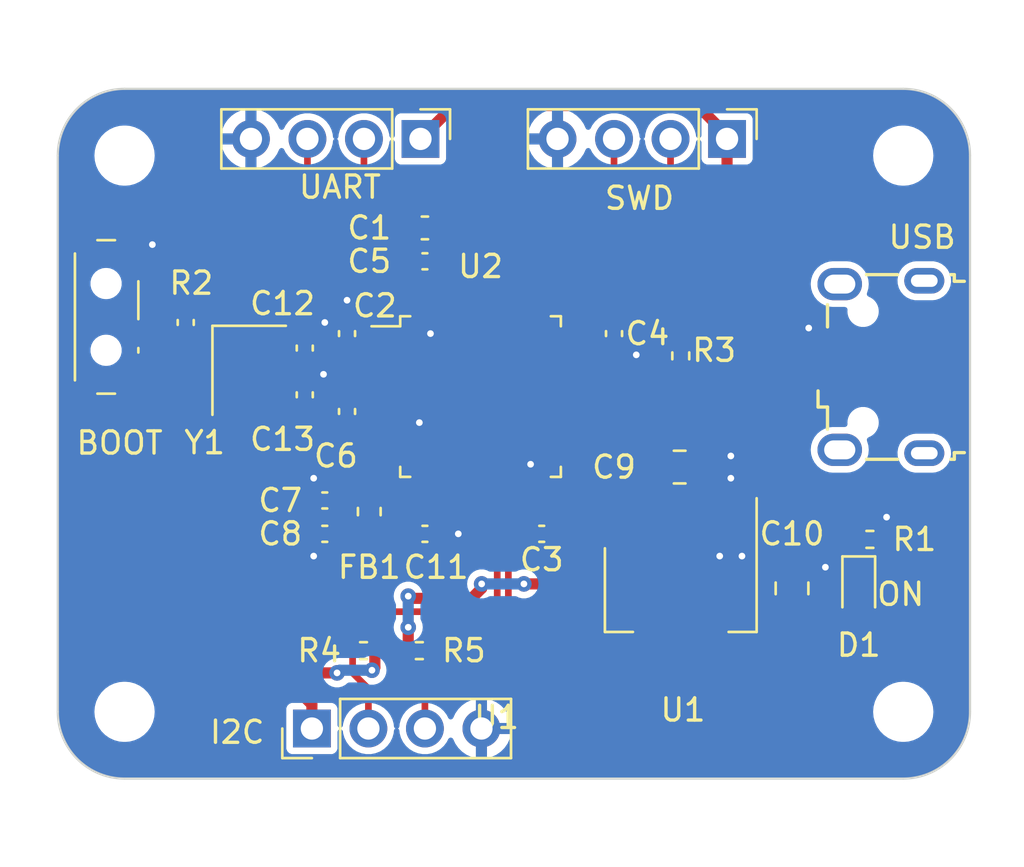
<source format=kicad_pcb>
(kicad_pcb (version 20221018) (generator pcbnew)
  (layers (0 "F.Cu" signal) (31 "B.Cu" power) (34 "B.Paste" user) (35 "F.Paste" user) (36 "B.SilkS" user "B.Silkscreen") (37 "F.SilkS" user "F.Silkscreen") (38 "B.Mask" user) (39 "F.Mask" user) (44 "Edge.Cuts" user))
  (net 0 "")
  (net 1 "+3.3V")
  (net 2 "GND")
  (net 3 "+3.3VA")
  (net 4 "VBUS")
  (net 5 "/NRST")
  (net 6 "/HSE_IN")
  (net 7 "/HSE_OUT")
  (net 8 "/PWR_LED_K")
  (net 9 "/USB_D-")
  (net 10 "/USB_D+")
  (net 13 "/SWDIO")
  (net 14 "/SWCLK")
  (net 15 "/USART1_TX")
  (net 16 "/USART1_RX")
  (net 17 "/I2C2_SCL")
  (net 18 "/I2C2_SDA")
  (net 19 "/SW_BOOTO")
  (net 20 "/BOOTO")
  (footprint "MountingHole:MountingHole_2.2mm_M2" (layer "F.Cu") (at 110 66)
    (fp_text reference "H3")
    (fp_text value "MountingHole")
    (pad "" np_thru_hole circle (at 0 0) (size 2.2 2.2) (drill 2.2) (layers "*.Cu" "*.Mask"))
  )
  (footprint "Connector_PinHeader_2.54mm:PinHeader_1x04_P2.54mm_Vertical" (layer "F.Cu") (at 102.08 65.25 -90)
    (fp_text reference "J2")
    (fp_text value "Conn_01x04_Pin")
    (fp_line (start -1.33 -1.33) (end 0 -1.33) (stroke (width 0.12)) (layer "F.SilkS"))
    (fp_line (start -1.33 0) (end -1.33 -1.33) (stroke (width 0.12)) (layer "F.SilkS"))
    (fp_line (start -1.33 1.27) (end -1.33 8.95) (stroke (width 0.12)) (layer "F.SilkS"))
    (fp_line (start -1.33 1.27) (end 1.33 1.27) (stroke (width 0.12)) (layer "F.SilkS"))
    (fp_line (start -1.33 8.95) (end 1.33 8.95) (stroke (width 0.12)) (layer "F.SilkS"))
    (fp_line (start 1.33 1.27) (end 1.33 8.95) (stroke (width 0.12)) (layer "F.SilkS"))
    (pad "1" thru_hole rect (at 0 0 270) (size 1.7 1.7) (drill 1) (layers "*.Cu" "*.Mask") (net 1 "+3.3V"))
    (pad "2" thru_hole oval (at 0 2.54 270) (size 1.7 1.7) (drill 1) (layers "*.Cu" "*.Mask") (net 13 "/SWDIO"))
    (pad "3" thru_hole oval (at 0 5.08 270) (size 1.7 1.7) (drill 1) (layers "*.Cu" "*.Mask") (net 14 "/SWCLK"))
    (pad "4" thru_hole oval (at 0 7.62 270) (size 1.7 1.7) (drill 1) (layers "*.Cu" "*.Mask") (net 2 "GND"))
  )
  (footprint "Connector_PinHeader_2.54mm:PinHeader_1x04_P2.54mm_Vertical" (layer "F.Cu") (at 83.42 91.75 90)
    (fp_text reference "J4")
    (fp_text value "Conn_01x04_Pin")
    (fp_line (start -1.33 -1.33) (end 0 -1.33) (stroke (width 0.12)) (layer "F.SilkS"))
    (fp_line (start -1.33 0) (end -1.33 -1.33) (stroke (width 0.12)) (layer "F.SilkS"))
    (fp_line (start -1.33 1.27) (end -1.33 8.95) (stroke (width 0.12)) (layer "F.SilkS"))
    (fp_line (start -1.33 1.27) (end 1.33 1.27) (stroke (width 0.12)) (layer "F.SilkS"))
    (fp_line (start -1.33 8.95) (end 1.33 8.95) (stroke (width 0.12)) (layer "F.SilkS"))
    (fp_line (start 1.33 1.27) (end 1.33 8.95) (stroke (width 0.12)) (layer "F.SilkS"))
    (pad "1" thru_hole rect (at 0 0 90) (size 1.7 1.7) (drill 1) (layers "*.Cu" "*.Mask") (net 1 "+3.3V"))
    (pad "2" thru_hole oval (at 0 2.54 90) (size 1.7 1.7) (drill 1) (layers "*.Cu" "*.Mask") (net 17 "/I2C2_SCL"))
    (pad "3" thru_hole oval (at 0 5.08 90) (size 1.7 1.7) (drill 1) (layers "*.Cu" "*.Mask") (net 18 "/I2C2_SDA"))
    (pad "4" thru_hole oval (at 0 7.62 90) (size 1.7 1.7) (drill 1) (layers "*.Cu" "*.Mask") (net 2 "GND"))
  )
  (footprint "Resistor_SMD:R_0402_1005Metric" (layer "F.Cu") (at 108.5 83.25)
    (fp_text reference "R1" (at 2 0) (layer "F.SilkS"))
    (fp_text value "1k5")
    (fp_line (start -0.153641 -0.38) (end 0.153641 -0.38) (stroke (width 0.12)) (layer "F.SilkS"))
    (fp_line (start -0.153641 0.38) (end 0.153641 0.38) (stroke (width 0.12)) (layer "F.SilkS"))
    (pad "1" smd roundrect (at -0.51 0) (size 0.54 0.64) (layers "F.Cu" "F.Paste" "F.Mask") (net 8 "/PWR_LED_K"))
    (pad "2" smd roundrect (at 0.51 0) (size 0.54 0.64) (layers "F.Cu" "F.Paste" "F.Mask") (net 2 "GND"))
  )
  (footprint "Capacitor_SMD:C_0402_1005Metric" (layer "F.Cu") (at 88.5 83)
    (fp_text reference "C11" (at 0.5 1.5) (layer "F.SilkS"))
    (fp_text value "100n")
    (fp_line (start -0.107836 -0.36) (end 0.107836 -0.36) (stroke (width 0.12)) (layer "F.SilkS"))
    (fp_line (start -0.107836 0.36) (end 0.107836 0.36) (stroke (width 0.12)) (layer "F.SilkS"))
    (pad "1" smd roundrect (at -0.48 0) (size 0.56 0.62) (layers "F.Cu" "F.Paste" "F.Mask") (net 5 "/NRST"))
    (pad "2" smd roundrect (at 0.48 0) (size 0.56 0.62) (layers "F.Cu" "F.Paste" "F.Mask") (net 2 "GND"))
  )
  (footprint "Button_Switch_SMD:SW_SPDT_PCM12" (layer "F.Cu") (at 74.5 73.25 -90)
    (fp_text reference "SW1")
    (fp_text value "SW_SPDT")
    (fp_line (start -3.45 -0.07) (end -3.45 0.72) (stroke (width 0.12)) (layer "F.SilkS"))
    (fp_line (start -2.85 1.73) (end 2.85 1.73) (stroke (width 0.12)) (layer "F.SilkS"))
    (fp_line (start -1.6 -1.12) (end 0.1 -1.12) (stroke (width 0.12)) (layer "F.SilkS"))
    (fp_line (start 1.4 -1.12) (end 1.6 -1.12) (stroke (width 0.12)) (layer "F.SilkS"))
    (fp_line (start 3.45 0.72) (end 3.45 -0.07) (stroke (width 0.12)) (layer "F.SilkS"))
    (pad "" smd rect (at -3.65 -0.78 270) (size 1 0.8) (layers "F.Cu" "F.Paste" "F.Mask"))
    (pad "" smd rect (at -3.65 1.43 270) (size 1 0.8) (layers "F.Cu" "F.Paste" "F.Mask"))
    (pad "" np_thru_hole circle (at -1.5 0.33 270) (size 0.9 0.9) (drill 0.9) (layers "*.Cu" "*.Mask"))
    (pad "" np_thru_hole circle (at 1.5 0.33 270) (size 0.9 0.9) (drill 0.9) (layers "*.Cu" "*.Mask"))
    (pad "" smd rect (at 3.65 -0.78 270) (size 1 0.8) (layers "F.Cu" "F.Paste" "F.Mask"))
    (pad "" smd rect (at 3.65 1.43 270) (size 1 0.8) (layers "F.Cu" "F.Paste" "F.Mask"))
    (pad "1" smd rect (at -2.25 -1.43 270) (size 0.7 1.5) (layers "F.Cu" "F.Paste" "F.Mask") (net 2 "GND"))
    (pad "2" smd rect (at 0.75 -1.43 270) (size 0.7 1.5) (layers "F.Cu" "F.Paste" "F.Mask") (net 19 "/SW_BOOTO"))
    (pad "3" smd rect (at 2.25 -1.43 270) (size 0.7 1.5) (layers "F.Cu" "F.Paste" "F.Mask") (net 1 "+3.3V"))
  )
  (footprint "Capacitor_SMD:C_0402_1005Metric" (layer "F.Cu") (at 97 74 -90)
    (fp_text reference "C4" (at 0 -1.5 -180) (layer "F.SilkS"))
    (fp_text value "100n")
    (fp_line (start -0.107836 -0.36) (end 0.107836 -0.36) (stroke (width 0.12)) (layer "F.SilkS"))
    (fp_line (start -0.107836 0.36) (end 0.107836 0.36) (stroke (width 0.12)) (layer "F.SilkS"))
    (pad "1" smd roundrect (at -0.48 0 270) (size 0.56 0.62) (layers "F.Cu" "F.Paste" "F.Mask") (net 1 "+3.3V"))
    (pad "2" smd roundrect (at 0.48 0 270) (size 0.56 0.62) (layers "F.Cu" "F.Paste" "F.Mask") (net 2 "GND"))
  )
  (footprint "Connector_PinHeader_2.54mm:PinHeader_1x04_P2.54mm_Vertical" (layer "F.Cu") (at 88.3 65.25 -90)
    (fp_text reference "J3")
    (fp_text value "Conn_01x04_Pin")
    (fp_line (start -1.33 -1.33) (end 0 -1.33) (stroke (width 0.12)) (layer "F.SilkS"))
    (fp_line (start -1.33 0) (end -1.33 -1.33) (stroke (width 0.12)) (layer "F.SilkS"))
    (fp_line (start -1.33 1.27) (end -1.33 8.95) (stroke (width 0.12)) (layer "F.SilkS"))
    (fp_line (start -1.33 1.27) (end 1.33 1.27) (stroke (width 0.12)) (layer "F.SilkS"))
    (fp_line (start -1.33 8.95) (end 1.33 8.95) (stroke (width 0.12)) (layer "F.SilkS"))
    (fp_line (start 1.33 1.27) (end 1.33 8.95) (stroke (width 0.12)) (layer "F.SilkS"))
    (pad "1" thru_hole rect (at 0 0 270) (size 1.7 1.7) (drill 1) (layers "*.Cu" "*.Mask") (net 1 "+3.3V"))
    (pad "2" thru_hole oval (at 0 2.54 270) (size 1.7 1.7) (drill 1) (layers "*.Cu" "*.Mask") (net 15 "/USART1_TX"))
    (pad "3" thru_hole oval (at 0 5.08 270) (size 1.7 1.7) (drill 1) (layers "*.Cu" "*.Mask") (net 16 "/USART1_RX"))
    (pad "4" thru_hole oval (at 0 7.62 270) (size 1.7 1.7) (drill 1) (layers "*.Cu" "*.Mask") (net 2 "GND"))
  )
  (footprint "Connector_USB:USB_Micro-B_Wuerth_629105150521" (layer "F.Cu") (at 108.995 75.5 90)
    (fp_text reference "J1")
    (fp_text value "USB_B_Micro")
    (fp_line (start -4.15 -0.65) (end -4.15 0.75) (stroke (width 0.15)) (layer "F.SilkS"))
    (fp_line (start -4.15 3.15) (end -4.15 3.3) (stroke (width 0.15)) (layer "F.SilkS"))
    (fp_line (start -4.15 3.3) (end -3.85 3.3) (stroke (width 0.15)) (layer "F.SilkS"))
    (fp_line (start -3.85 3.3) (end -3.85 3.75) (stroke (width 0.15)) (layer "F.SilkS"))
    (fp_line (start -1.8 -2.825) (end -1.8 -2.4) (stroke (width 0.15)) (layer "F.SilkS"))
    (fp_line (start -1.8 -2.4) (end -2.8 -2.4) (stroke (width 0.15)) (layer "F.SilkS"))
    (fp_line (start -1.075 -2.825) (end -1.8 -2.825) (stroke (width 0.15)) (layer "F.SilkS"))
    (fp_line (start 1.8 -2.4) (end 2.8 -2.4) (stroke (width 0.15)) (layer "F.SilkS"))
    (fp_line (start 3.85 3.3) (end 4.15 3.3) (stroke (width 0.15)) (layer "F.SilkS"))
    (fp_line (start 3.85 3.75) (end 3.85 3.3) (stroke (width 0.15)) (layer "F.SilkS"))
    (fp_line (start 4.15 0.75) (end 4.15 -0.65) (stroke (width 0.15)) (layer "F.SilkS"))
    (fp_line (start 4.15 3.3) (end 4.15 3.15) (stroke (width 0.15)) (layer "F.SilkS"))
    (pad "" np_thru_hole oval (at -2.5 -0.8 90) (size 0.8 0.8) (drill 0.8) (layers "*.Cu" "*.Mask"))
    (pad "" np_thru_hole oval (at 2.5 -0.8 90) (size 0.8 0.8) (drill 0.8) (layers "*.Cu" "*.Mask"))
    (pad "1" smd rect (at -1.3 -1.9 90) (size 0.45 1.3) (layers "F.Cu" "F.Paste" "F.Mask") (net 4 "VBUS"))
    (pad "2" smd rect (at -0.65 -1.9 90) (size 0.45 1.3) (layers "F.Cu" "F.Paste" "F.Mask") (net 9 "/USB_D-"))
    (pad "3" smd rect (at 0 -1.9 90) (size 0.45 1.3) (layers "F.Cu" "F.Paste" "F.Mask") (net 10 "/USB_D+"))
    (pad "4" smd rect (at 0.65 -1.9 90) (size 0.45 1.3) (layers "F.Cu" "F.Paste" "F.Mask"))
    (pad "5" smd rect (at 1.3 -1.9 90) (size 0.45 1.3) (layers "F.Cu" "F.Paste" "F.Mask") (net 2 "GND"))
    (pad "6" thru_hole oval (at -3.875 1.95 90) (size 1.15 1.8) (drill oval 0.55 1.2) (layers "*.Cu" "*.Mask"))
    (pad "6" thru_hole oval (at -3.725 -1.85 90) (size 1.45 2) (drill oval 0.85 1.4) (layers "*.Cu" "*.Mask"))
    (pad "6" thru_hole oval (at 3.725 -1.85 90) (size 1.45 2) (drill oval 0.85 1.4) (layers "*.Cu" "*.Mask"))
    (pad "6" thru_hole oval (at 3.875 1.95 90) (size 1.15 1.8) (drill oval 0.55 1.2) (layers "*.Cu" "*.Mask"))
  )
  (footprint "Capacitor_SMD:C_0402_1005Metric" (layer "F.Cu") (at 83.1 74.65 90)
    (fp_text reference "C12" (at 2 -1 180) (layer "F.SilkS"))
    (fp_text value "10p")
    (fp_line (start -0.107836 -0.36) (end 0.107836 -0.36) (stroke (width 0.12)) (layer "F.SilkS"))
    (fp_line (start -0.107836 0.36) (end 0.107836 0.36) (stroke (width 0.12)) (layer "F.SilkS"))
    (pad "1" smd roundrect (at -0.48 0 90) (size 0.56 0.62) (layers "F.Cu" "F.Paste" "F.Mask") (net 6 "/HSE_IN"))
    (pad "2" smd roundrect (at 0.48 0 90) (size 0.56 0.62) (layers "F.Cu" "F.Paste" "F.Mask") (net 2 "GND"))
  )
  (footprint "Package_TO_SOT_SMD:SOT-223-3_TabPin2" (layer "F.Cu") (at 100 85.5 -90)
    (fp_text reference "U1" (at 5.75 8.28 -180) (layer "F.SilkS"))
    (fp_text value "AMS1117-3.3")
    (fp_line (start -4.1 -3.41) (end 1.91 -3.41) (stroke (width 0.12)) (layer "F.SilkS"))
    (fp_line (start -1.85 3.41) (end 1.91 3.41) (stroke (width 0.12)) (layer "F.SilkS"))
    (fp_line (start 1.91 -3.41) (end 1.91 -2.15) (stroke (width 0.12)) (layer "F.SilkS"))
    (fp_line (start 1.91 3.41) (end 1.91 2.15) (stroke (width 0.12)) (layer "F.SilkS"))
    (pad "1" smd rect (at -3.15 -2.3 270) (size 2 1.5) (layers "F.Cu" "F.Paste" "F.Mask") (net 2 "GND"))
    (pad "2" smd rect (at -3.15 0 270) (size 2 1.5) (layers "F.Cu" "F.Paste" "F.Mask") (net 1 "+3.3V"))
    (pad "2" smd rect (at 3.15 0 270) (size 2 3.8) (layers "F.Cu" "F.Paste" "F.Mask") (net 1 "+3.3V"))
    (pad "3" smd rect (at -3.15 2.3 270) (size 2 1.5) (layers "F.Cu" "F.Paste" "F.Mask") (net 4 "VBUS"))
  )
  (footprint "Capacitor_SMD:C_0603_1608Metric" (layer "F.Cu") (at 88.5 69.25)
    (fp_text reference "C1" (at -2.5 0) (layer "F.SilkS"))
    (fp_text value "10u")
    (fp_line (start -0.14058 -0.51) (end 0.14058 -0.51) (stroke (width 0.12)) (layer "F.SilkS"))
    (fp_line (start -0.14058 0.51) (end 0.14058 0.51) (stroke (width 0.12)) (layer "F.SilkS"))
    (pad "1" smd roundrect (at -0.775 0) (size 0.9 0.95) (layers "F.Cu" "F.Paste" "F.Mask") (net 1 "+3.3V"))
    (pad "2" smd roundrect (at 0.775 0) (size 0.9 0.95) (layers "F.Cu" "F.Paste" "F.Mask") (net 2 "GND"))
  )
  (footprint "MountingHole:MountingHole_2.2mm_M2" (layer "F.Cu") (at 75 91)
    (fp_text reference "H1")
    (fp_text value "MountingHole")
    (pad "" np_thru_hole circle (at 0 0) (size 2.2 2.2) (drill 2.2) (layers "*.Cu" "*.Mask"))
  )
  (footprint "MountingHole:MountingHole_2.2mm_M2" (layer "F.Cu") (at 75 66)
    (fp_text reference "H4")
    (fp_text value "MountingHole")
    (pad "" np_thru_hole circle (at 0 0) (size 2.2 2.2) (drill 2.2) (layers "*.Cu" "*.Mask"))
  )
  (footprint "Capacitor_SMD:C_0402_1005Metric" (layer "F.Cu") (at 93.75 83 180)
    (fp_text reference "C3" (at 0 -1.16 180) (layer "F.SilkS"))
    (fp_text value "100n")
    (fp_line (start -0.107836 -0.36) (end 0.107836 -0.36) (stroke (width 0.12)) (layer "F.SilkS"))
    (fp_line (start -0.107836 0.36) (end 0.107836 0.36) (stroke (width 0.12)) (layer "F.SilkS"))
    (pad "1" smd roundrect (at -0.48 0 180) (size 0.56 0.62) (layers "F.Cu" "F.Paste" "F.Mask") (net 1 "+3.3V"))
    (pad "2" smd roundrect (at 0.48 0 180) (size 0.56 0.62) (layers "F.Cu" "F.Paste" "F.Mask") (net 2 "GND"))
  )
  (footprint "Capacitor_SMD:C_0402_1005Metric" (layer "F.Cu") (at 84 83 180)
    (fp_text reference "C8" (at 2 0) (layer "F.SilkS"))
    (fp_text value "1u")
    (fp_line (start -0.107836 -0.36) (end 0.107836 -0.36) (stroke (width 0.12)) (layer "F.SilkS"))
    (fp_line (start -0.107836 0.36) (end 0.107836 0.36) (stroke (width 0.12)) (layer "F.SilkS"))
    (pad "1" smd roundrect (at -0.48 0 180) (size 0.56 0.62) (layers "F.Cu" "F.Paste" "F.Mask") (net 1 "+3.3V"))
    (pad "2" smd roundrect (at 0.48 0 180) (size 0.56 0.62) (layers "F.Cu" "F.Paste" "F.Mask") (net 2 "GND"))
  )
  (footprint "MountingHole:MountingHole_2.2mm_M2" (layer "F.Cu") (at 110 91)
    (fp_text reference "H2")
    (fp_text value "MountingHole")
    (pad "" np_thru_hole circle (at 0 0) (size 2.2 2.2) (drill 2.2) (layers "*.Cu" "*.Mask"))
  )
  (footprint "Resistor_SMD:R_0402_1005Metric" (layer "F.Cu") (at 85.74 88.25 180)
    (fp_text reference "R4" (at 1.99 0) (layer "F.SilkS"))
    (fp_text value "1k5")
    (fp_line (start -0.153641 -0.38) (end 0.153641 -0.38) (stroke (width 0.12)) (layer "F.SilkS"))
    (fp_line (start -0.153641 0.38) (end 0.153641 0.38) (stroke (width 0.12)) (layer "F.SilkS"))
    (pad "1" smd roundrect (at -0.51 0 180) (size 0.54 0.64) (layers "F.Cu" "F.Paste" "F.Mask") (net 1 "+3.3V"))
    (pad "2" smd roundrect (at 0.51 0 180) (size 0.54 0.64) (layers "F.Cu" "F.Paste" "F.Mask") (net 17 "/I2C2_SCL"))
  )
  (footprint "Inductor_SMD:L_0603_1608Metric" (layer "F.Cu") (at 86 82 -90)
    (fp_text reference "FB1" (at 2.5 0 -180) (layer "F.SilkS"))
    (fp_text value "120R")
    (fp_line (start -0.162779 -0.51) (end 0.162779 -0.51) (stroke (width 0.12)) (layer "F.SilkS"))
    (fp_line (start -0.162779 0.51) (end 0.162779 0.51) (stroke (width 0.12)) (layer "F.SilkS"))
    (pad "1" smd roundrect (at -0.7875 0 270) (size 0.875 0.95) (layers "F.Cu" "F.Paste" "F.Mask") (net 3 "+3.3VA"))
    (pad "2" smd roundrect (at 0.7875 0 270) (size 0.875 0.95) (layers "F.Cu" "F.Paste" "F.Mask") (net 1 "+3.3V"))
  )
  (footprint "LED_SMD:LED_0603_1608Metric" (layer "F.Cu") (at 108 85.5 -90)
    (fp_text reference "D1" (at 2.5 0 -180) (layer "F.SilkS"))
    (fp_text value "RED")
    (fp_line (start -1.485 -0.735) (end -1.485 0.735) (stroke (width 0.12)) (layer "F.SilkS"))
    (fp_line (start -1.485 0.735) (end 0.8 0.735) (stroke (width 0.12)) (layer "F.SilkS"))
    (fp_line (start 0.8 -0.735) (end -1.485 -0.735) (stroke (width 0.12)) (layer "F.SilkS"))
    (pad "1" smd roundrect (at -0.7875 0 270) (size 0.875 0.95) (layers "F.Cu" "F.Paste" "F.Mask") (net 8 "/PWR_LED_K"))
    (pad "2" smd roundrect (at 0.7875 0 270) (size 0.875 0.95) (layers "F.Cu" "F.Paste" "F.Mask") (net 1 "+3.3V"))
  )
  (footprint "Capacitor_SMD:C_0402_1005Metric" (layer "F.Cu") (at 77.75 73.5 90)
    (fp_text reference "R2" (at 1.77 0.25 180) (layer "F.SilkS"))
    (fp_text value "10k")
    (fp_line (start -0.107836 -0.36) (end 0.107836 -0.36) (stroke (width 0.12)) (layer "F.SilkS"))
    (fp_line (start -0.107836 0.36) (end 0.107836 0.36) (stroke (width 0.12)) (layer "F.SilkS"))
    (pad "1" smd roundrect (at -0.48 0 90) (size 0.56 0.62) (layers "F.Cu" "F.Paste" "F.Mask") (net 19 "/SW_BOOTO"))
    (pad "2" smd roundrect (at 0.48 0 90) (size 0.56 0.62) (layers "F.Cu" "F.Paste" "F.Mask") (net 20 "/BOOTO"))
  )
  (footprint "Package_QFP:LQFP-48_7x7mm_P0.5mm" (layer "F.Cu") (at 91 76.83)
    (fp_text reference "U2" (at 0 -5.85) (layer "F.SilkS"))
    (fp_text value "STM32F103C8T6")
    (fp_line (start -3.61 -3.61) (end -3.61 -3.16) (stroke (width 0.12)) (layer "F.SilkS"))
    (fp_line (start -3.61 -3.16) (end -4.9 -3.16) (stroke (width 0.12)) (layer "F.SilkS"))
    (fp_line (start -3.61 3.61) (end -3.61 3.16) (stroke (width 0.12)) (layer "F.SilkS"))
    (fp_line (start -3.16 -3.61) (end -3.61 -3.61) (stroke (width 0.12)) (layer "F.SilkS"))
    (fp_line (start -3.16 3.61) (end -3.61 3.61) (stroke (width 0.12)) (layer "F.SilkS"))
    (fp_line (start 3.16 -3.61) (end 3.61 -3.61) (stroke (width 0.12)) (layer "F.SilkS"))
    (fp_line (start 3.16 3.61) (end 3.61 3.61) (stroke (width 0.12)) (layer "F.SilkS"))
    (fp_line (start 3.61 -3.61) (end 3.61 -3.16) (stroke (width 0.12)) (layer "F.SilkS"))
    (fp_line (start 3.61 3.61) (end 3.61 3.16) (stroke (width 0.12)) (layer "F.SilkS"))
    (pad "1" smd roundrect (at -4.1625 -2.75) (size 1.475 0.3) (layers "F.Cu" "F.Paste" "F.Mask") (net 1 "+3.3V"))
    (pad "2" smd roundrect (at -4.1625 -2.25) (size 1.475 0.3) (layers "F.Cu" "F.Paste" "F.Mask"))
    (pad "3" smd roundrect (at -4.1625 -1.75) (size 1.475 0.3) (layers "F.Cu" "F.Paste" "F.Mask"))
    (pad "4" smd roundrect (at -4.1625 -1.25) (size 1.475 0.3) (layers "F.Cu" "F.Paste" "F.Mask"))
    (pad "5" smd roundrect (at -4.1625 -0.75) (size 1.475 0.3) (layers "F.Cu" "F.Paste" "F.Mask") (net 6 "/HSE_IN"))
    (pad "6" smd roundrect (at -4.1625 -0.25) (size 1.475 0.3) (layers "F.Cu" "F.Paste" "F.Mask") (net 7 "/HSE_OUT"))
    (pad "7" smd roundrect (at -4.1625 0.25) (size 1.475 0.3) (layers "F.Cu" "F.Paste" "F.Mask") (net 5 "/NRST"))
    (pad "8" smd roundrect (at -4.1625 0.75) (size 1.475 0.3) (layers "F.Cu" "F.Paste" "F.Mask") (net 2 "GND"))
    (pad "9" smd roundrect (at -4.1625 1.25) (size 1.475 0.3) (layers "F.Cu" "F.Paste" "F.Mask") (net 3 "+3.3VA"))
    (pad "10" smd roundrect (at -4.1625 1.75) (size 1.475 0.3) (layers "F.Cu" "F.Paste" "F.Mask"))
    (pad "11" smd roundrect (at -4.1625 2.25) (size 1.475 0.3) (layers "F.Cu" "F.Paste" "F.Mask"))
    (pad "12" smd roundrect (at -4.1625 2.75) (size 1.475 0.3) (layers "F.Cu" "F.Paste" "F.Mask"))
    (pad "13" smd roundrect (at -2.75 4.1625) (size 0.3 1.475) (layers "F.Cu" "F.Paste" "F.Mask"))
    (pad "14" smd roundrect (at -2.25 4.1625) (size 0.3 1.475) (layers "F.Cu" "F.Paste" "F.Mask"))
    (pad "15" smd roundrect (at -1.75 4.1625) (size 0.3 1.475) (layers "F.Cu" "F.Paste" "F.Mask"))
    (pad "16" smd roundrect (at -1.25 4.1625) (size 0.3 1.475) (layers "F.Cu" "F.Paste" "F.Mask"))
    (pad "17" smd roundrect (at -0.75 4.1625) (size 0.3 1.475) (layers "F.Cu" "F.Paste" "F.Mask"))
    (pad "18" smd roundrect (at -0.25 4.1625) (size 0.3 1.475) (layers "F.Cu" "F.Paste" "F.Mask"))
    (pad "19" smd roundrect (at 0.25 4.1625) (size 0.3 1.475) (layers "F.Cu" "F.Paste" "F.Mask"))
    (pad "20" smd roundrect (at 0.75 4.1625) (size 0.3 1.475) (layers "F.Cu" "F.Paste" "F.Mask"))
    (pad "21" smd roundrect (at 1.25 4.1625) (size 0.3 1.475) (layers "F.Cu" "F.Paste" "F.Mask") (net 17 "/I2C2_SCL"))
    (pad "22" smd roundrect (at 1.75 4.1625) (size 0.3 1.475) (layers "F.Cu" "F.Paste" "F.Mask") (net 18 "/I2C2_SDA"))
    (pad "23" smd roundrect (at 2.25 4.1625) (size 0.3 1.475) (layers "F.Cu" "F.Paste" "F.Mask") (net 2 "GND"))
    (pad "24" smd roundrect (at 2.75 4.1625) (size 0.3 1.475) (layers "F.Cu" "F.Paste" "F.Mask") (net 1 "+3.3V"))
    (pad "25" smd roundrect (at 4.1625 2.75) (size 1.475 0.3) (layers "F.Cu" "F.Paste" "F.Mask"))
    (pad "26" smd roundrect (at 4.1625 2.25) (size 1.475 0.3) (layers "F.Cu" "F.Paste" "F.Mask"))
    (pad "27" smd roundrect (at 4.1625 1.75) (size 1.475 0.3) (layers "F.Cu" "F.Paste" "F.Mask"))
    (pad "28" smd roundrect (at 4.1625 1.25) (size 1.475 0.3) (layers "F.Cu" "F.Paste" "F.Mask"))
    (pad "29" smd roundrect (at 4.1625 0.75) (size 1.475 0.3) (layers "F.Cu" "F.Paste" "F.Mask"))
    (pad "30" smd roundrect (at 4.1625 0.25) (size 1.475 0.3) (layers "F.Cu" "F.Paste" "F.Mask"))
    (pad "31" smd roundrect (at 4.1625 -0.25) (size 1.475 0.3) (layers "F.Cu" "F.Paste" "F.Mask"))
    (pad "32" smd roundrect (at 4.1625 -0.75) (size 1.475 0.3) (layers "F.Cu" "F.Paste" "F.Mask") (net 9 "/USB_D-"))
    (pad "33" smd roundrect (at 4.1625 -1.25) (size 1.475 0.3) (layers "F.Cu" "F.Paste" "F.Mask") (net 10 "/USB_D+"))
    (pad "34" smd roundrect (at 4.1625 -1.75) (size 1.475 0.3) (layers "F.Cu" "F.Paste" "F.Mask") (net 13 "/SWDIO"))
    (pad "35" smd roundrect (at 4.1625 -2.25) (size 1.475 0.3) (layers "F.Cu" "F.Paste" "F.Mask") (net 2 "GND"))
    (pad "36" smd roundrect (at 4.1625 -2.75) (size 1.475 0.3) (layers "F.Cu" "F.Paste" "F.Mask") (net 1 "+3.3V"))
    (pad "37" smd roundrect (at 2.75 -4.1625) (size 0.3 1.475) (layers "F.Cu" "F.Paste" "F.Mask") (net 14 "/SWCLK"))
    (pad "38" smd roundrect (at 2.25 -4.1625) (size 0.3 1.475) (layers "F.Cu" "F.Paste" "F.Mask"))
    (pad "39" smd roundrect (at 1.75 -4.1625) (size 0.3 1.475) (layers "F.Cu" "F.Paste" "F.Mask"))
    (pad "40" smd roundrect (at 1.25 -4.1625) (size 0.3 1.475) (layers "F.Cu" "F.Paste" "F.Mask"))
    (pad "41" smd roundrect (at 0.75 -4.1625) (size 0.3 1.475) (layers "F.Cu" "F.Paste" "F.Mask"))
    (pad "42" smd roundrect (at 0.25 -4.1625) (size 0.3 1.475) (layers "F.Cu" "F.Paste" "F.Mask") (net 15 "/USART1_TX"))
    (pad "43" smd roundrect (at -0.25 -4.1625) (size 0.3 1.475) (layers "F.Cu" "F.Paste" "F.Mask") (net 16 "/USART1_RX"))
    (pad "44" smd roundrect (at -0.75 -4.1625) (size 0.3 1.475) (layers "F.Cu" "F.Paste" "F.Mask") (net 20 "/BOOTO"))
    (pad "45" smd roundrect (at -1.25 -4.1625) (size 0.3 1.475) (layers "F.Cu" "F.Paste" "F.Mask"))
    (pad "46" smd roundrect (at -1.75 -4.1625) (size 0.3 1.475) (layers "F.Cu" "F.Paste" "F.Mask"))
    (pad "47" smd roundrect (at -2.25 -4.1625) (size 0.3 1.475) (layers "F.Cu" "F.Paste" "F.Mask") (net 2 "GND"))
    (pad "48" smd roundrect (at -2.75 -4.1625) (size 0.3 1.475) (layers "F.Cu" "F.Paste" "F.Mask") (net 1 "+3.3V"))
  )
  (footprint "Capacitor_SMD:C_0805_2012Metric" (layer "F.Cu") (at 105 85.45 90)
    (fp_text reference "C10" (at 2.45 0 180) (layer "F.SilkS"))
    (fp_text value "22u")
    (fp_line (start -0.261252 -0.735) (end 0.261252 -0.735) (stroke (width 0.12)) (layer "F.SilkS"))
    (fp_line (start -0.261252 0.735) (end 0.261252 0.735) (stroke (width 0.12)) (layer "F.SilkS"))
    (pad "1" smd roundrect (at -0.95 0 90) (size 1 1.45) (layers "F.Cu" "F.Paste" "F.Mask") (net 1 "+3.3V"))
    (pad "2" smd roundrect (at 0.95 0 90) (size 1 1.45) (layers "F.Cu" "F.Paste" "F.Mask") (net 2 "GND"))
  )
  (footprint "Capacitor_SMD:C_0402_1005Metric" (layer "F.Cu") (at 83.1 76.75 90)
    (fp_text reference "C13" (at -2 -1 180) (layer "F.SilkS"))
    (fp_text value "10p")
    (fp_line (start -0.107836 -0.36) (end 0.107836 -0.36) (stroke (width 0.12)) (layer "F.SilkS"))
    (fp_line (start -0.107836 0.36) (end 0.107836 0.36) (stroke (width 0.12)) (layer "F.SilkS"))
    (pad "1" smd roundrect (at -0.48 0 90) (size 0.56 0.62) (layers "F.Cu" "F.Paste" "F.Mask") (net 7 "/HSE_OUT"))
    (pad "2" smd roundrect (at 0.48 0 90) (size 0.56 0.62) (layers "F.Cu" "F.Paste" "F.Mask") (net 2 "GND"))
  )
  (footprint "Crystal:Crystal_SMD_3225-4Pin_3.2x2.5mm" (layer "F.Cu") (at 80.6 75.65 -90)
    (fp_text reference "Y1" (at 3.25 2 -180) (layer "F.SilkS"))
    (fp_text value "16MHz")
    (fp_line (start -2 -1.65) (end -2 1.65) (stroke (width 0.12)) (layer "F.SilkS"))
    (fp_line (start -2 1.65) (end 2 1.65) (stroke (width 0.12)) (layer "F.SilkS"))
    (pad "1" smd rect (at -1.1 0.85 270) (size 1.4 1.2) (layers "F.Cu" "F.Paste" "F.Mask") (net 6 "/HSE_IN"))
    (pad "2" smd rect (at 1.1 0.85 270) (size 1.4 1.2) (layers "F.Cu" "F.Paste" "F.Mask") (net 2 "GND"))
    (pad "3" smd rect (at 1.1 -0.85 270) (size 1.4 1.2) (layers "F.Cu" "F.Paste" "F.Mask") (net 7 "/HSE_OUT"))
    (pad "4" smd rect (at -1.1 -0.85 270) (size 1.4 1.2) (layers "F.Cu" "F.Paste" "F.Mask") (net 2 "GND"))
  )
  (footprint "Resistor_SMD:R_0402_1005Metric" (layer "F.Cu") (at 88.25 88.25)
    (fp_text reference "R5" (at 2 0) (layer "F.SilkS"))
    (fp_text value "1k5")
    (fp_line (start -0.153641 -0.38) (end 0.153641 -0.38) (stroke (width 0.12)) (layer "F.SilkS"))
    (fp_line (start -0.153641 0.38) (end 0.153641 0.38) (stroke (width 0.12)) (layer "F.SilkS"))
    (pad "1" smd roundrect (at -0.51 0) (size 0.54 0.64) (layers "F.Cu" "F.Paste" "F.Mask") (net 1 "+3.3V"))
    (pad "2" smd roundrect (at 0.51 0) (size 0.54 0.64) (layers "F.Cu" "F.Paste" "F.Mask") (net 18 "/I2C2_SDA"))
  )
  (footprint "Capacitor_SMD:C_0402_1005Metric" (layer "F.Cu") (at 88.5 70.75)
    (fp_text reference "C5" (at -2.5 0) (layer "F.SilkS"))
    (fp_text value "100n")
    (fp_line (start -0.107836 -0.36) (end 0.107836 -0.36) (stroke (width 0.12)) (layer "F.SilkS"))
    (fp_line (start -0.107836 0.36) (end 0.107836 0.36) (stroke (width 0.12)) (layer "F.SilkS"))
    (pad "1" smd roundrect (at -0.48 0) (size 0.56 0.62) (layers "F.Cu" "F.Paste" "F.Mask") (net 1 "+3.3V"))
    (pad "2" smd roundrect (at 0.48 0) (size 0.56 0.62) (layers "F.Cu" "F.Paste" "F.Mask") (net 2 "GND"))
  )
  (footprint "Capacitor_SMD:C_0805_2012Metric" (layer "F.Cu") (at 99.95 80)
    (fp_text reference "C9" (at -2.95 0) (layer "F.SilkS"))
    (fp_text value "22u")
    (fp_line (start -0.261252 -0.735) (end 0.261252 -0.735) (stroke (width 0.12)) (layer "F.SilkS"))
    (fp_line (start -0.261252 0.735) (end 0.261252 0.735) (stroke (width 0.12)) (layer "F.SilkS"))
    (pad "1" smd roundrect (at -0.95 0) (size 1 1.45) (layers "F.Cu" "F.Paste" "F.Mask") (net 4 "VBUS"))
    (pad "2" smd roundrect (at 0.95 0) (size 1 1.45) (layers "F.Cu" "F.Paste" "F.Mask") (net 2 "GND"))
  )
  (footprint "Capacitor_SMD:C_0402_1005Metric" (layer "F.Cu") (at 85 77.5 90)
    (fp_text reference "C6" (at -2 -0.5 180) (layer "F.SilkS"))
    (fp_text value "10n")
    (fp_line (start -0.107836 -0.36) (end 0.107836 -0.36) (stroke (width 0.12)) (layer "F.SilkS"))
    (fp_line (start -0.107836 0.36) (end 0.107836 0.36) (stroke (width 0.12)) (layer "F.SilkS"))
    (pad "1" smd roundrect (at -0.48 0 90) (size 0.56 0.62) (layers "F.Cu" "F.Paste" "F.Mask") (net 3 "+3.3VA"))
    (pad "2" smd roundrect (at 0.48 0 90) (size 0.56 0.62) (layers "F.Cu" "F.Paste" "F.Mask") (net 2 "GND"))
  )
  (footprint "Resistor_SMD:R_0402_1005Metric" (layer "F.Cu") (at 100 75 -90)
    (fp_text reference "R3" (at -0.25 -1.5 -180) (layer "F.SilkS"))
    (fp_text value "1k5")
    (fp_line (start -0.153641 -0.38) (end 0.153641 -0.38) (stroke (width 0.12)) (layer "F.SilkS"))
    (fp_line (start -0.153641 0.38) (end 0.153641 0.38) (stroke (width 0.12)) (layer "F.SilkS"))
    (pad "1" smd roundrect (at -0.51 0 270) (size 0.54 0.64) (layers "F.Cu" "F.Paste" "F.Mask") (net 1 "+3.3V"))
    (pad "2" smd roundrect (at 0.51 0 270) (size 0.54 0.64) (layers "F.Cu" "F.Paste" "F.Mask") (net 10 "/USB_D+"))
  )
  (footprint "Capacitor_SMD:C_0402_1005Metric" (layer "F.Cu") (at 84 81.5 180)
    (fp_text reference "C7" (at 2 0) (layer "F.SilkS"))
    (fp_text value "1u")
    (fp_line (start -0.107836 -0.36) (end 0.107836 -0.36) (stroke (width 0.12)) (layer "F.SilkS"))
    (fp_line (start -0.107836 0.36) (end 0.107836 0.36) (stroke (width 0.12)) (layer "F.SilkS"))
    (pad "1" smd roundrect (at -0.48 0 180) (size 0.56 0.62) (layers "F.Cu" "F.Paste" "F.Mask") (net 3 "+3.3VA"))
    (pad "2" smd roundrect (at 0.48 0 180) (size 0.56 0.62) (layers "F.Cu" "F.Paste" "F.Mask") (net 2 "GND"))
  )
  (footprint "Capacitor_SMD:C_0402_1005Metric" (layer "F.Cu") (at 85 74 90)
    (fp_text reference "C2" (at 1.25 1.25 180) (layer "F.SilkS"))
    (fp_text value "100n")
    (fp_line (start -0.107836 -0.36) (end 0.107836 -0.36) (stroke (width 0.12)) (layer "F.SilkS"))
    (fp_line (start -0.107836 0.36) (end 0.107836 0.36) (stroke (width 0.12)) (layer "F.SilkS"))
    (pad "1" smd roundrect (at -0.48 0 90) (size 0.56 0.62) (layers "F.Cu" "F.Paste" "F.Mask") (net 1 "+3.3V"))
    (pad "2" smd roundrect (at 0.48 0 90) (size 0.56 0.62) (layers "F.Cu" "F.Paste" "F.Mask") (net 2 "GND"))
  )
  (gr_arc (start 113 91) (mid 112.12132 93.12132) (end 110 94) (stroke (width 0.1)) (layer "Edge.Cuts"))
  (gr_line (start 110 63) (end 75 63) (stroke (width 0.1)) (layer "Edge.Cuts"))
  (gr_arc (start 110 63) (mid 112.12132 63.87868) (end 113 66) (stroke (width 0.1)) (layer "Edge.Cuts"))
  (gr_arc (start 72 66) (mid 72.87868 63.87868) (end 75 63) (stroke (width 0.1)) (layer "Edge.Cuts"))
  (gr_arc (start 75 94) (mid 72.87868 93.12132) (end 72 91) (stroke (width 0.1)) (layer "Edge.Cuts"))
  (gr_line (start 113 91) (end 113 66) (stroke (width 0.1)) (layer "Edge.Cuts"))
  (gr_line (start 110 94) (end 75 94) (stroke (width 0.1)) (layer "Edge.Cuts"))
  (gr_line (start 72 91) (end 72 66) (stroke (width 0.1)) (layer "Edge.Cuts"))
  (gr_text "BOOT" (at 72.75 79.5) (layer "F.SilkS") (effects (font (size 1 1)) (justify left bottom)))
  (gr_text "U1" (at 99 91.5) (layer "F.SilkS") (effects (font (size 1 1)) (justify left bottom)))
  (gr_text "SWD\n" (at 96.5 68.5) (layer "F.SilkS") (effects (font (size 1 1)) (justify left bottom)))
  (gr_text "I2C" (at 78.75 92.5) (layer "F.SilkS") (effects (font (size 1 1)) (justify left bottom)))
  (gr_text "UART" (at 82.75 68) (layer "F.SilkS") (effects (font (size 1 1)) (justify left bottom)))
  (gr_text "ON" (at 108.735 86.3) (layer "F.SilkS") (effects (font (size 1 1)) (justify left bottom)))
  (gr_text "USB" (at 109.25 70.25) (layer "F.SilkS") (effects (font (size 1 1)) (justify left bottom)))
  (segment (start 88.02 71.73) (end 88.02 71) (width 0.3) (layer "F.Cu") (net 1))
  (segment (start 88.3 65.25) (end 89.8 63.75) (width 0.5) (layer "F.Cu") (net 1))
  (segment (start 100.01 74.5) (end 100 74.49) (width 0.5) (layer "F.Cu") (net 1))
  (segment (start 96.48 73.52) (end 97 73.52) (width 0.3) (layer "F.Cu") (net 1))
  (segment (start 95.5 85.25) (end 95.5 84.5) (width 0.5) (layer "F.Cu") (net 1))
  (segment (start 88.25 72.6675) (end 88.25 72) (width 0.3) (layer "F.Cu") (net 1))
  (segment (start 95.5 84.5) (end 94.23 83.23) (width 0.5) (layer "F.Cu") (net 1))
  (segment (start 101.5 72) (end 101.5 74.5) (width 0.5) (layer "F.Cu") (net 1))
  (segment (start 106.75 88.5) (end 106.75 86.4) (width 0.5) (layer "F.Cu") (net 1))
  (segment (start 86.8375 72.8375) (end 86.8375 73.98) (width 0.5) (layer "F.Cu") (net 1))
  (segment (start 99.03 73.52) (end 97 73.52) (width 0.5) (layer "F.Cu") (net 1))
  (segment (start 82.25 87.25) (end 82.25 89.25) (width 0.5) (layer "F.Cu") (net 1))
  (segment (start 94.23 82.48) (end 94.23 83) (width 0.3) (layer "F.Cu") (net 1))
  (segment (start 88 71.75) (end 88.02 71.73) (width 0.3) (layer "F.Cu") (net 1))
  (segment (start 86.25 89) (end 86.119622 89.130378) (width 0.5) (layer "F.Cu") (net 1))
  (segment (start 87.725 69.25) (end 87.725 69.725) (width 0.5) (layer "F.Cu") (net 1))
  (segment (start 87.475 69) (end 87.725 69.25) (width 0.5) (layer "F.Cu") (net 1))
  (segment (start 77 76.57) (end 78.7 74.87) (width 0.5) (layer "F.Cu") (net 1))
  (segment (start 86.25 69) (end 87.475 69) (width 0.5) (layer "F.Cu") (net 1))
  (segment (start 85.998959 74.08) (end 85.598959 74.48) (width 0.3) (layer "F.Cu") (net 1))
  (segment (start 104.5 69) (end 101.5 72) (width 0.5) (layer "F.Cu") (net 1))
  (segment (start 109.25 81) (end 110.25 82) (width 0.5) (layer "F.Cu") (net 1))
  (segment (start 100.75 63.75) (end 102.08 65.08) (width 0.5) (layer "F.Cu") (net 1))
  (segment (start 87.75 87.1995) (end 87.75 88.24) (width 0.5) (layer "F.Cu") (net 1))
  (segment (start 91.0505 85.25) (end 91.0505 85.4495) (width 0.5) (layer "F.Cu") (net 1))
  (segment (start 87.74 88.25) (end 86.25 88.25) (width 0.5) (layer "F.Cu") (net 1))
  (segment (start 87.8495 85.9) (end 87.75 85.8005) (width 0.5) (layer "F.Cu") (net 1))
  (segment (start 109.2125 86.2875) (end 108 86.2875) (width 0.5) (layer "F.Cu") (net 1))
  (segment (start 87.725 69.725) (end 88.02 70.02) (width 0.5) (layer "F.Cu") (net 1))
  (segment (start 93.75 82) (end 94.23 82.48) (width 0.3) (layer "F.Cu") (net 1))
  (segment (start 84.5505 89.25) (end 82.25 89.25) (width 0.5) (layer "F.Cu") (net 1))
  (segment (start 87.75 88.24) (end 87.74 88.25) (width 0.5) (layer "F.Cu") (net 1))
  (segment (start 86 82.7875) (end 86 83.5) (width 0.5) (layer "F.Cu") (net 1))
  (segment (start 82.25 89.25) (end 82.25 89.5) (width 0.5) (layer "F.Cu") (net 1))
  (segment (start 105 86.4) (end 106.75 86.4) (width 0.5) (layer "F.Cu") (net 1))
  (segment (start 104.5 69) (end 105 69.5) (width 0.5) (layer "F.Cu") (net 1))
  (segment (start 95.5 85.25) (end 92.9495 85.25) (width 0.5) (layer "F.Cu") (net 1))
  (segment (start 95.5 91) (end 95.5 85.25) (width 0.5) (layer "F.Cu") (net 1))
  (segment (start 93.75 80.9925) (end 93.75 82) (width 0.3) (layer "F.Cu") (net 1))
  (segment (start 86.8375 74.08) (end 85.998959 74.08) (width 0.3) (layer "F.Cu") (net 1))
  (segment (start 86 83.5) (end 82.25 87.25) (width 0.5) (layer "F.Cu") (net 1))
  (segment (start 78.7 74.87) (end 78.7 71.8) (width 0.5) (layer "F.Cu") (net 1))
  (segment (start 103.5 91.75) (end 106.75 88.5) (width 0.5) (layer "F.Cu") (net 1))
  (segment (start 77 87.25) (end 77 76.57) (width 0.5) (layer "F.Cu") (net 1))
  (segment (start 109.25 70) (end 109.25 81) (width 0.5) (layer "F.Cu") (net 1))
  (segment (start 102.08 65.25) (end 102.08 66.58) (width 0.5) (layer "F.Cu") (net 1))
  (segment (start 78.7 71.8) (end 81.5 69) (width 0.5) (layer "F.Cu") (net 1))
  (segment (start 106.75 86.4) (end 107.8875 86.4) (width 0.5) (layer "F.Cu") (net 1))
  (segment (start 110.25 82) (end 110.25 85.25) (width 0.5) (layer "F.Cu") (net 1))
  (segment (start 96.25 91.75) (end 95.5 91) (width 0.5) (layer "F.Cu") (net 1))
  (segment (start 101.5 74.5) (end 100.01 74.5) (width 0.5) (layer "F.Cu") (net 1))
  (segment (start 86.25 69) (end 86.25 72.25) (width 0.5) (layer "F.Cu") (net 1))
  (segment (start 95.92 74.08) (end 96.48 73.52) (width 0.3) (layer "F.Cu") (net 1))
  (segment (start 91.0505 85.4495) (end 90.6 85.9) (width 0.5) (layer "F.Cu") (net 1))
  (segment (start 110.25 85.25) (end 109.2125 86.2875) (width 0.5) (layer "F.Cu") (net 1))
  (segment (start 90.25 85.9) (end 87.8495 85.9) (width 0.5) (layer "F.Cu") (net 1))
  (segment (start 82.25 89.25) (end 79 89.25) (width 0.5) (layer "F.Cu") (net 1))
  (segment (start 95.1625 74.08) (end 95.92 74.08) (width 0.3) (layer "F.Cu") (net 1))
  (segment (start 77 76.57) (end 75.93 75.5) (width 0.5) (layer "F.Cu") (net 1))
  (segment (start 102.08 65.08) (end 102.08 65.25) (width 0.5) (layer "F.Cu") (net 1))
  (segment (start 79 89.25) (end 77 87.25) (width 0.5) (layer "F.Cu") (net 1))
  (segment (start 81.5 69) (end 86.25 69) (width 0.5) (layer "F.Cu") (net 1))
  (segment (start 90.6 85.9) (end 90.25 85.9) (width 0.5) (layer "F.Cu") (net 1))
  (segment (start 82.25 89.5) (end 83.42 90.67) (width 0.5) (layer "F.Cu") (net 1))
  (segment (start 83.42 90.67) (end 83.42 91.75) (width 0.5) (layer "F.Cu") (net 1))
  (segment (start 88.02 70.02) (end 88.02 70.75) (width 0.5) (layer "F.Cu") (net 1))
  (segment (start 96.25 91.75) (end 103.5 91.75) (width 0.5) (layer "F.Cu") (net 1))
  (segment (start 102.08 66.58) (end 104.5 69) (width 0.5) (layer "F.Cu") (net 1))
  (segment (start 94.23 83.23) (end 94.23 83) (width 0.5) (layer "F.Cu") (net 1))
  (segment (start 86.25 72.25) (end 86.8375 72.8375) (width 0.5) (layer "F.Cu") (net 1))
  (segment (start 100 74.49) (end 99.03 73.52) (width 0.5) (layer "F.Cu") (net 1))
  (segment (start 105 69.5) (end 108.75 69.5) (width 0.5) (layer "F.Cu") (net 1))
  (segment (start 84.48 83) (end 85.7875 83) (width 0.5) (layer "F.Cu") (net 1))
  (segment (start 85.598959 74.48) (end 85 74.48) (width 0.3) (layer "F.Cu") (net 1))
  (segment (start 88.25 72) (end 88 71.75) (width 0.3) (layer "F.Cu") (net 1))
  (segment (start 107.8875 86.4) (end 108 86.2875) (width 0.5) (layer "F.Cu") (net 1))
  (segment (start 89.8 63.75) (end 100.75 63.75) (width 0.5) (layer "F.Cu") (net 1))
  (segment (start 86.25 88.25) (end 86.25 89) (width 0.5) (layer "F.Cu") (net 1))
  (segment (start 85.7875 83) (end 86 82.7875) (width 0.5) (layer "F.Cu") (net 1))
  (segment (start 108.75 69.5) (end 109.25 70) (width 0.5) (layer "F.Cu") (net 1))
  (via (at 87.75 87.1995) (size 0.7) (drill 0.3) (layers "F.Cu" "B.Cu") (net 1))
  (via (at 91.0505 85.25) (size 0.7) (drill 0.3) (layers "F.Cu" "B.Cu") (net 1))
  (via (at 92.9495 85.25) (size 0.7) (drill 0.3) (layers "F.Cu" "B.Cu") (net 1))
  (via (at 87.75 85.8005) (size 0.7) (drill 0.3) (layers "F.Cu" "B.Cu") (net 1))
  (via (at 84.5505 89.25) (size 0.7) (drill 0.3) (layers "F.Cu" "B.Cu") (net 1))
  (via (at 86.119622 89.130378) (size 0.7) (drill 0.3) (layers "F.Cu" "B.Cu") (net 1))
  (segment (start 84.670122 89.130378) (end 84.5505 89.25) (width 0.5) (layer "B.Cu") (net 1))
  (segment (start 92.9495 85.25) (end 91.0505 85.25) (width 0.5) (layer "B.Cu") (net 1))
  (segment (start 87.75 85.8005) (end 87.75 87.1995) (width 0.5) (layer "B.Cu") (net 1))
  (segment (start 86.119622 89.130378) (end 84.670122 89.130378) (width 0.5) (layer "B.Cu") (net 1))
  (segment (start 89.275 69.725) (end 88.98 70.02) (width 0.5) (layer "F.Cu") (net 2))
  (segment (start 109.01 82.49) (end 109.25 82.25) (width 0.5) (layer "F.Cu") (net 2))
  (segment (start 97 74.48) (end 97.5245 74.48) (width 0.3) (layer "F.Cu") (net 2))
  (segment (start 83.1 74.17) (end 83.33 74.17) (width 0.5) (layer "F.Cu") (net 2))
  (segment (start 96.9 74.58) (end 97 74.48) (width 0.3) (layer "F.Cu") (net 2))
  (segment (start 83.52 83) (end 83.52 83.98) (width 0.5) (layer "F.Cu") (net 2))
  (segment (start 83.52 80.52) (end 83.5 80.5) (width 0.5) (layer "F.Cu") (net 2))
  (segment (start 83.52 83.98) (end 83.5 84) (width 0.5) (layer "F.Cu") (net 2))
  (segment (start 109.01 83.25) (end 109.01 82.49) (width 0.5) (layer "F.Cu") (net 2))
  (segment (start 88.98 70.02) (end 88.98 70.75) (width 0.5) (layer "F.Cu") (net 2))
  (segment (start 88.98 71.48) (end 88.98 70.75) (width 0.3) (layer "F.Cu") (net 2))
  (segment (start 93.25 82.98) (end 93.27 83) (width 0.3) (layer "F.Cu") (net 2))
  (segment (start 83.33 74.17) (end 84 73.5) (width 0.5) (layer "F.Cu") (net 2))
  (segment (start 88.096041 78) (end 88.25 78) (width 0.3) (layer "F.Cu") (net 2))
  (segment (start 95.1625 74.58) (end 96.9 74.58) (width 0.3) (layer "F.Cu") (net 2))
  (segment (start 86.8375 77.58) (end 87.676041 77.58) (width 0.3) (layer "F.Cu") (net 2))
  (segment (start 88.75 72.6675) (end 88.75 74) (width 0.3) (layer "F.Cu") (net 2))
  (segment (start 106.2 74.2) (end 105.75 73.75) (width 0.3) (layer "F.Cu") (net 2))
  (segment (start 83.52 81.5) (end 83.52 80.52) (width 0.5) (layer "F.Cu") (net 2))
  (segment (start 83.1 76.17) (end 83.601824 76.17) (width 0.5) (layer "F.Cu") (net 2))
  (segment (start 107.095 74.2) (end 106.2 74.2) (width 0.3) (layer "F.Cu") (net 2))
  (segment (start 88.98 83) (end 90 83) (width 0.5) (layer "F.Cu") (net 2))
  (segment (start 97.5245 74.48) (end 98 74.9555) (width 0.3) (layer "F.Cu") (net 2))
  (segment (start 89.275 69.25) (end 89.275 69.725) (width 0.5) (layer "F.Cu") (net 2))
  (segment (start 93.25 79.872427) (end 93.249953 79.87238) (width 0.3) (layer "F.Cu") (net 2))
  (segment (start 87.676041 77.58) (end 87.75 77.653959) (width 0.3) (layer "F.Cu") (net 2))
  (segment (start 76.25 71) (end 76.25 70) (width 0.5) (layer "F.Cu") (net 2))
  (segment (start 85.998959 77.58) (end 85.438959 77.02) (width 0.3) (layer "F.Cu") (net 2))
  (segment (start 93.25 80.9925) (end 93.25 79.872427) (width 0.3) (layer "F.Cu") (net 2))
  (segment (start 88.75 72.6675) (end 88.75 71.75) (width 0.3) (layer "F.Cu") (net 2))
  (segment (start 87.75 77.653959) (end 88.096041 78) (width 0.3) (layer "F.Cu") (net 2))
  (segment (start 93.25 80.9925) (end 93.25 82.98) (width 0.3) (layer "F.Cu") (net 2))
  (segment (start 83.601824 76.17) (end 83.942173 75.829651) (width 0.5) (layer "F.Cu") (net 2))
  (segment (start 83.942173 75.829651) (end 83.942173 75.829) (width 0.5) (layer "F.Cu") (net 2))
  (segment (start 85 73.52) (end 85 72.5) (width 0.5) (layer "F.Cu") (net 2))
  (segment (start 88.75 71.75) (end 89 71.5) (width 0.3) (layer "F.Cu") (net 2))
  (segment (start 75.93 71) (end 76.25 71) (width 0.5) (layer "F.Cu") (net 2))
  (segment (start 89 71.5) (end 88.98 71.48) (width 0.3) (layer "F.Cu") (net 2))
  (segment (start 86.8375 77.58) (end 85.998959 77.58) (width 0.3) (layer "F.Cu") (net 2))
  (segment (start 85.438959 77.02) (end 85 77.02) (width 0.3) (layer "F.Cu") (net 2))
  (via (at 102.75 84) (size 0.7) (drill 0.3) (layers "F.Cu" "B.Cu") (net 2))
  (via (at 105.75 73.75) (size 0.7) (drill 0.3) (layers "F.Cu" "B.Cu") (net 2))
  (via (at 83.5 80.5) (size 0.7) (drill 0.3) (layers "F.Cu" "B.Cu") (net 2))
  (via (at 109.25 82.25) (size 0.7) (drill 0.3) (layers "F.Cu" "B.Cu") (net 2))
  (via (at 83.942173 75.829) (size 0.7) (drill 0.3) (layers "F.Cu" "B.Cu") (net 2))
  (via (at 102.25 79.5) (size 0.7) (drill 0.3) (layers "F.Cu" "B.Cu") (net 2))
  (via (at 76.25 70) (size 0.7) (drill 0.3) (layers "F.Cu" "B.Cu") (net 2))
  (via (at 101.75 84) (size 0.7) (drill 0.3) (layers "F.Cu" "B.Cu") (net 2))
  (via (at 90 83) (size 0.7) (drill 0.3) (layers "F.Cu" "B.Cu") (net 2))
  (via (at 84 73.5) (size 0.7) (drill 0.3) (layers "F.Cu" "B.Cu") (net 2))
  (via (at 85 72.5) (size 0.7) (drill 0.3) (layers "F.Cu" "B.Cu") (net 2))
  (via (at 102.25 80.5) (size 0.7) (drill 0.3) (layers "F.Cu" "B.Cu") (net 2))
  (via (at 93.249953 79.87238) (size 0.7) (drill 0.3) (layers "F.Cu" "B.Cu") (net 2))
  (via (at 88.75 74) (size 0.7) (drill 0.3) (layers "F.Cu" "B.Cu") (net 2))
  (via (at 83.5 84) (size 0.7) (drill 0.3) (layers "F.Cu" "B.Cu") (net 2))
  (via (at 106.5 84.5) (size 0.7) (drill 0.3) (layers "F.Cu" "B.Cu") (net 2))
  (via (at 88.25 78) (size 0.7) (drill 0.3) (layers "F.Cu" "B.Cu") (net 2))
  (via (at 98 74.9555) (size 0.7) (drill 0.3) (layers "F.Cu" "B.Cu") (net 2))
  (segment (start 85.1 78.08) (end 85 77.98) (width 0.3) (layer "F.Cu") (net 3))
  (segment (start 84.48 79.77) (end 85 79.25) (width 0.5) (layer "F.Cu") (net 3))
  (segment (start 85 79.25) (end 85 77.98) (width 0.5) (layer "F.Cu") (net 3))
  (segment (start 86.8375 78.08) (end 85.1 78.08) (width 0.3) (layer "F.Cu") (net 3))
  (segment (start 85.7125 81.5) (end 86 81.2125) (width 0.5) (layer "F.Cu") (net 3))
  (segment (start 84.48 81.5) (end 84.48 79.77) (width 0.5) (layer "F.Cu") (net 3))
  (segment (start 84.48 81.5) (end 85.7125 81.5) (width 0.5) (layer "F.Cu") (net 3))
  (segment (start 87.25 82.23) (end 88.02 83) (width 0.3) (layer "F.Cu") (net 5))
  (segment (start 86.8375 77.08) (end 88.31995 77.08) (width 0.3) (layer "F.Cu") (net 5))
  (segment (start 87.25 80.506041) (end 87.25 82.23) (width 0.3) (layer "F.Cu") (net 5))
  (segment (start 88.95 77.71005) (end 88.95 78.806041) (width 0.3) (layer "F.Cu") (net 5))
  (segment (start 88.95 78.806041) (end 87.25 80.506041) (width 0.3) (layer "F.Cu") (net 5))
  (segment (start 88.31995 77.08) (end 88.95 77.71005) (width 0.3) (layer "F.Cu") (net 5))
  (segment (start 79.75 74.65) (end 79.75 74.55) (width 0.3) (layer "F.Cu") (net 6))
  (segment (start 82.63 75.6) (end 80.7 75.6) (width 0.3) (layer "F.Cu") (net 6))
  (segment (start 80.7 75.6) (end 79.75 74.65) (width 0.3) (layer "F.Cu") (net 6))
  (segment (start 84.963173 75.13) (end 83.1 75.13) (width 0.3) (layer "F.Cu") (net 6))
  (segment (start 86.8375 76.08) (end 85.913173 76.08) (width 0.3) (layer "F.Cu") (net 6))
  (segment (start 83.1 75.13) (end 82.63 75.6) (width 0.3) (layer "F.Cu") (net 6))
  (segment (start 85.913173 76.08) (end 84.963173 75.13) (width 0.3) (layer "F.Cu") (net 6))
  (segment (start 83.1 77.13) (end 82.63 77.13) (width 0.3) (layer "F.Cu") (net 7))
  (segment (start 85.516066 76.39) (end 84.36 76.39) (width 0.3) (layer "F.Cu") (net 7))
  (segment (start 85.706066 76.58) (end 85.516066 76.39) (width 0.3) (layer "F.Cu") (net 7))
  (segment (start 83.62 77.13) (end 83.1 77.13) (width 0.3) (layer "F.Cu") (net 7))
  (segment (start 84.36 76.39) (end 83.62 77.13) (width 0.3) (layer "F.Cu") (net 7))
  (segment (start 82.63 77.13) (end 82.25 76.75) (width 0.3) (layer "F.Cu") (net 7))
  (segment (start 86.8375 76.58) (end 85.706066 76.58) (width 0.3) (layer "F.Cu") (net 7))
  (segment (start 82.25 76.75) (end 81.45 76.75) (width 0.3) (layer "F.Cu") (net 7))
  (segment (start 108 83.26) (end 107.99 83.25) (width 0.5) (layer "F.Cu") (net 8))
  (segment (start 108 84.7125) (end 108 83.26) (width 0.5) (layer "F.Cu") (net 8))
  (segment (start 106.097704 76.05) (end 106.57 76.05) (width 0.2) (layer "F.Cu") (net 9))
  (segment (start 95.1625 76.08) (end 100.365183 76.08) (width 0.2) (layer "F.Cu") (net 9))
  (segment (start 106.67 76.15) (end 107.095 76.15) (width 0.2) (layer "F.Cu") (net 9))
  (segment (start 106.57 76.05) (end 106.67 76.15) (width 0.2) (layer "F.Cu") (net 9))
  (segment (start 106.092704 76.055) (end 106.097704 76.05) (width 0.2) (layer "F.Cu") (net 9))
  (segment (start 100.365183 76.08) (end 100.390183 76.055) (width 0.2) (layer "F.Cu") (net 9))
  (segment (start 100.390183 76.055) (end 106.092704 76.055) (width 0.2) (layer "F.Cu") (net 9))
  (segment (start 96.268751 75.58) (end 96.293751 75.605) (width 0.2) (layer "F.Cu") (net 10))
  (segment (start 105.920498 75.605) (end 105.925498 75.6) (width 0.2) (layer "F.Cu") (net 10))
  (segment (start 106.67 75.5) (end 107.095 75.5) (width 0.2) (layer "F.Cu") (net 10))
  (segment (start 106.57 75.6) (end 106.67 75.5) (width 0.2) (layer "F.Cu") (net 10))
  (segment (start 96.293751 75.605) (end 105.920498 75.605) (width 0.2) (layer "F.Cu") (net 10))
  (segment (start 95.1625 75.58) (end 96.268751 75.58) (width 0.2) (layer "F.Cu") (net 10))
  (segment (start 105.925498 75.6) (end 106.57 75.6) (width 0.2) (layer "F.Cu") (net 10))
  (segment (start 95.1625 75.08) (end 94.323959 75.08) (width 0.3) (layer "F.Cu") (net 13))
  (segment (start 94.323959 75.08) (end 94.075 74.831041) (width 0.3) (layer "F.Cu") (net 13))
  (segment (start 94.075 74.831041) (end 94.075 73.828959) (width 0.3) (layer "F.Cu") (net 13))
  (segment (start 99.54 68.363959) (end 99.54 65.25) (width 0.3) (layer "F.Cu") (net 13))
  (segment (start 94.075 73.828959) (end 99.54 68.363959) (width 0.3) (layer "F.Cu") (net 13))
  (segment (start 93.75 72.6675) (end 93.75 70.75) (width 0.3) (layer "F.Cu") (net 14))
  (segment (start 97 67.5) (end 97 65.25) (width 0.3) (layer "F.Cu") (net 14))
  (segment (start 93.75 70.75) (end 97 67.5) (width 0.3) (layer "F.Cu") (net 14))
  (segment (start 93.5 67.5) (end 92.5 67.5) (width 0.3) (layer "F.Cu") (net 15))
  (segment (start 85.75 66.75) (end 85.76 66.74) (width 0.3) (layer "F.Cu") (net 15))
  (segment (start 91.25 71.828959) (end 93.5 69.578959) (width 0.3) (layer "F.Cu") (net 15))
  (segment (start 91.75 66.75) (end 85.75 66.75) (width 0.3) (layer "F.Cu") (net 15))
  (segment (start 85.76 66.74) (end 85.76 65.25) (width 0.3) (layer "F.Cu") (net 15))
  (segment (start 93.5 69.578959) (end 93.5 67.5) (width 0.3) (layer "F.Cu") (net 15))
  (segment (start 91.25 72.6675) (end 91.25 71.828959) (width 0.3) (layer "F.Cu") (net 15))
  (segment (start 92.5 67.5) (end 91.75 66.75) (width 0.3) (layer "F.Cu") (net 15))
  (segment (start 93 68) (end 92.292894 68) (width 0.3) (layer "F.Cu") (net 16))
  (segment (start 83.22 67.22) (end 83.22 65.25) (width 0.3) (layer "F.Cu") (net 16))
  (segment (start 90.75 72.6675) (end 90.75 71.621853) (width 0.3) (layer "F.Cu") (net 16))
  (segment (start 90.75 71.621853) (end 93 69.371853) (width 0.3) (layer "F.Cu") (net 16))
  (segment (start 83.25 67.25) (end 83.22 67.22) (width 0.3) (layer "F.Cu") (net 16))
  (segment (start 92.292894 68) (end 91.542894 67.25) (width 0.3) (layer "F.Cu") (net 16))
  (segment (start 93 69.371853) (end 93 68) (width 0.3) (layer "F.Cu") (net 16))
  (segment (start 91.542894 67.25) (end 83.25 67.25) (width 0.3) (layer "F.Cu") (net 16))
  (segment (start 85.96 89.96) (end 85.96 91.75) (width 0.3) (layer "F.Cu") (net 17))
  (segment (start 92.25 80.9925) (end 92.25 82.042894) (width 0.3) (layer "F.Cu") (net 17))
  (segment (start 85.25 89.25) (end 85.96 89.96) (width 0.3) (layer "F.Cu") (net 17))
  (segment (start 91.75 82.542894) (end 91.75 86.5) (width 0.3) (layer "F.Cu") (net 17))
  (segment (start 85.23 87.27) (end 85.23 88.25) (width 0.3) (layer "F.Cu") (net 17))
  (segment (start 92.25 82.042894) (end 91.75 82.542894) (width 0.3) (layer "F.Cu") (net 17))
  (segment (start 85.25 88.27) (end 85.25 89.25) (width 0.3) (layer "F.Cu") (net 17))
  (segment (start 91.75 86.5) (end 86 86.5) (width 0.3) (layer "F.Cu") (net 17))
  (segment (start 86 86.5) (end 85.23 87.27) (width 0.3) (layer "F.Cu") (net 17))
  (segment (start 85.23 88.25) (end 85.25 88.27) (width 0.3) (layer "F.Cu") (net 17))
  (segment (start 89.25 87) (end 88.75 87.5) (width 0.3) (layer "F.Cu") (net 18))
  (segment (start 88.75 87.5) (end 88.76 87.51) (width 0.3) (layer "F.Cu") (net 18))
  (segment (start 92.25 82.75) (end 92.25 87) (width 0.3) (layer "F.Cu") (net 18))
  (segment (start 92.75 82.25) (end 92.25 82.75) (width 0.3) (layer "F.Cu") (net 18))
  (segment (start 92.75 80.9925) (end 92.75 82.25) (width 0.3) (layer "F.Cu") (net 18))
  (segment (start 88.5 89.25) (end 88.5 91.75) (width 0.3) (layer "F.Cu") (net 18))
  (segment (start 88.76 88.99) (end 88.5 89.25) (width 0.3) (layer "F.Cu") (net 18))
  (segment (start 88.76 88.25) (end 88.76 88.99) (width 0.3) (layer "F.Cu") (net 18))
  (segment (start 88.76 87.51) (end 88.76 88.25) (width 0.3) (layer "F.Cu") (net 18))
  (segment (start 92.25 87) (end 89.25 87) (width 0.3) (layer "F.Cu") (net 18))
  (segment (start 77.75 73.98) (end 75.7 73.98) (width 0.3) (layer "F.Cu") (net 19))
  (segment (start 75.95 73.98) (end 75.93 74) (width 0.3) (layer "F.Cu") (net 19))
  (segment (start 92.5 68.5) (end 92 68.5) (width 0.3) (layer "F.Cu") (net 20))
  (segment (start 90.25 71.414747) (end 92.457374 69.207373) (width 0.3) (layer "F.Cu") (net 20))
  (segment (start 92.457374 69.207373) (end 92.457374 68.542626) (width 0.3) (layer "F.Cu") (net 20))
  (segment (start 90.25 72.6675) (end 90.25 71.414747) (width 0.3) (layer "F.Cu") (net 20))
  (segment (start 77.75 69.75) (end 77.75 73.02) (width 0.3) (layer "F.Cu") (net 20))
  (segment (start 92 68.5) (end 91.25 67.75) (width 0.3) (layer "F.Cu") (net 20))
  (segment (start 79.75 67.75) (end 77.75 69.75) (width 0.3) (layer "F.Cu") (net 20))
  (segment (start 92.457374 68.542626) (end 92.5 68.5) (width 0.3) (layer "F.Cu") (net 20))
  (segment (start 91.25 67.75) (end 79.75 67.75) (width 0.3) (layer "F.Cu") (net 20))
  (zone (net 0) (net_name "") (layer "F.Cu") (priority 3) (connect_pads yes (clearance 0.5)) (min_thickness 0.25) (fill yes (thermal_gap 0.508) (thermal_bridge_width 0.508) (island_removal_mode 1) (island_area_min 10))
    (polygon (pts (xy 99 81.25) (xy 99 84.25) (xy 98 85.75) (xy 98 89.75) (xy 104.5 89.75) (xy 106 88.25) (xy 106 85.75) (xy 101.25 85.75) (xy 101 85.5) (xy 101 81.25)))
  )
  (zone (net 2) (net_name "GND") (layer "F.Cu") (priority 2) (connect_pads yes (clearance 0.5)) (min_thickness 0.25) (fill yes (thermal_gap 0.508) (thermal_bridge_width 0.508))
    (polygon (pts (xy 108 76.75) (xy 106.25 76.75) (xy 105.75 76.5) (xy 98 76.5) (xy 98 80.75) (xy 96.75 81) (xy 96.75 84) (xy 98.75 84) (xy 98.75 81.25) (xy 99.5 80.75) (xy 99.620119 80.453613) (xy 99.606203 79.024924) (xy 99.615423 77.487955) (xy 100 77) (xy 108 77)))
  )
  (zone (net 2) (net_name "GND") (layer "F.Cu") (priority 1) (connect_pads yes (clearance 0.3)) (min_thickness 0.25) (fill yes (thermal_gap 0.508) (thermal_bridge_width 0.508))
    (polygon (pts (xy 100.75 79) (xy 100.25 79.5) (xy 100.25 80.5) (xy 100.75 81) (xy 101.25 81) (xy 101.25 85.25) (xy 107 85.25) (xy 107 84) (xy 106.75 83.75) (xy 103.75 83.75) (xy 103.5 83) (xy 103.5 79.5) (xy 103 79)))
  )
  (zone (net 2) (net_name "GND") (layer "B.Cu") (connect_pads (clearance 0.3)) (min_thickness 0.25) (fill yes (thermal_gap 0.5) (thermal_bridge_width 0.5))
    (polygon (pts (xy 72 63) (xy 113 63) (xy 113 94) (xy 72 94)))
  )
)
</source>
